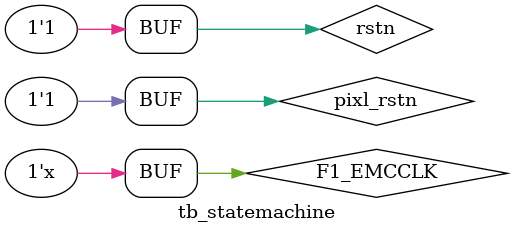
<source format=v>
`timescale 1ns/1ns
module tb_statemachine;

// localparam CLKMGT_HPERIOD = 1000.0 / 135.0 / 2.0;
localparam CLK_HPERIOD = 1000.0 / 100.0 / 2.0;

reg F1_EMCCLK;
reg rstn;
wire pixl_rstn;
initial begin
  F1_EMCCLK = 1'b0;
  rstn = 1'b0;
  #100 rstn = 1'b1;
end
always #CLK_HPERIOD F1_EMCCLK = ~F1_EMCCLK;
wire	sys_clk50m;

clk_wiz_0 clk_wiz_0 (
    .clk_out2   (sys_clk50m   ),
    .clk_out1   (sys_main_clk   ),
    .clk_in1    (F1_EMCCLK      )
);
wire clk10m,clk20m,clk100m,clk200m,pll_locked;
  clk_wiz_1 clk_wiz_1_inst
   (
    // Clock out ports
    .clk_out1(clk10m    ),     // output clk_out1
    .clk_out2(clk20m    ),     // output clk_out2
    .clk_out3(clk100m   ),     // output clk_out3
    .clk_out4(clk200m   ),     // output clk_out4
    // Status and control signals
    .reset(1'b0), // input reset
    .locked(pll_locked),       // output locked
   // Clock in ports
    .clk_in1(sys_clk50m));      // input clk_in1

assign pixl_rstn = rstn;
pixl_top_virtual #(.VA(500)) dut( 
    .rstn       ( pixl_rstn &&    pll_locked ),
    .clk10m     ( clk10m     ),
    .clk20m     ( clk20m     ),
    .clk100m    ( clk100m    ),
    .clk200m    ( clk200m    ),
	.clk125m	(sys_main_clk),

    .fifo_wr_ready      (1'b1),
	.pixl_data_out		(pixl_data_out),
	.pixl_data_out_en	(pixl_data_out_en)
);


endmodule

</source>
